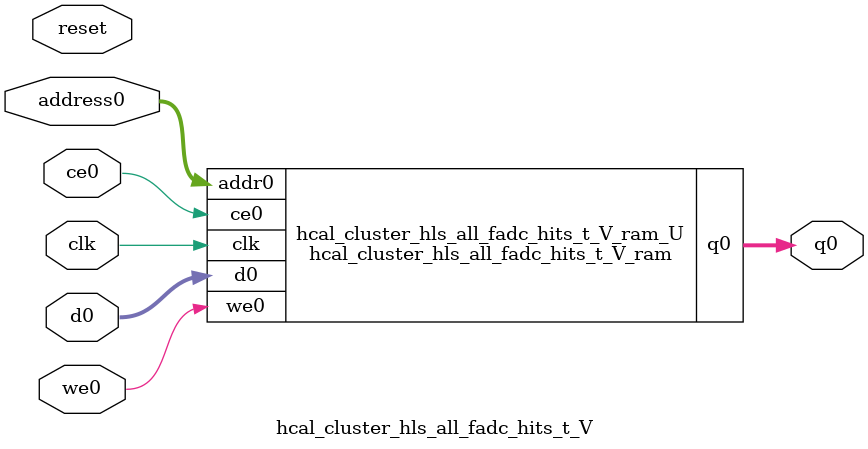
<source format=v>
`timescale 1 ns / 1 ps
module hcal_cluster_hls_all_fadc_hits_t_V_ram (addr0, ce0, d0, we0, q0,  clk);

parameter DWIDTH = 3;
parameter AWIDTH = 9;
parameter MEM_SIZE = 288;

input[AWIDTH-1:0] addr0;
input ce0;
input[DWIDTH-1:0] d0;
input we0;
output reg[DWIDTH-1:0] q0;
input clk;

reg [DWIDTH-1:0] ram[0:MEM_SIZE-1];




always @(posedge clk)  
begin 
    if (ce0) begin
        if (we0) 
            ram[addr0] <= d0; 
        q0 <= ram[addr0];
    end
end


endmodule

`timescale 1 ns / 1 ps
module hcal_cluster_hls_all_fadc_hits_t_V(
    reset,
    clk,
    address0,
    ce0,
    we0,
    d0,
    q0);

parameter DataWidth = 32'd3;
parameter AddressRange = 32'd288;
parameter AddressWidth = 32'd9;
input reset;
input clk;
input[AddressWidth - 1:0] address0;
input ce0;
input we0;
input[DataWidth - 1:0] d0;
output[DataWidth - 1:0] q0;



hcal_cluster_hls_all_fadc_hits_t_V_ram hcal_cluster_hls_all_fadc_hits_t_V_ram_U(
    .clk( clk ),
    .addr0( address0 ),
    .ce0( ce0 ),
    .we0( we0 ),
    .d0( d0 ),
    .q0( q0 ));

endmodule


</source>
